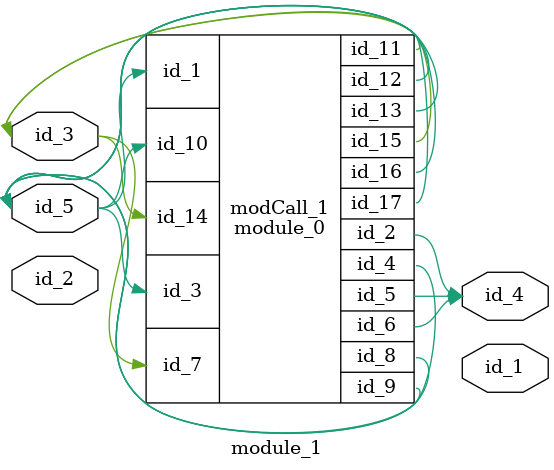
<source format=v>
module module_0 (
    id_1,
    id_2,
    id_3,
    id_4,
    id_5,
    id_6,
    id_7,
    id_8,
    id_9,
    id_10,
    id_11,
    id_12,
    id_13,
    id_14,
    id_15,
    id_16,
    id_17
);
  inout wire id_17;
  output wire id_16;
  inout wire id_15;
  input wire id_14;
  inout wire id_13;
  inout wire id_12;
  output wire id_11;
  input wire id_10;
  inout wire id_9;
  inout wire id_8;
  input wire id_7;
  output wire id_6;
  output wire id_5;
  inout wire id_4;
  input wire id_3;
  output wire id_2;
  input wire id_1;
  wire id_18;
  ;
endmodule
module module_1 (
    id_1,
    id_2,
    id_3,
    id_4,
    id_5
);
  inout wire id_5;
  output wire id_4;
  inout wire id_3;
  input wire id_2;
  module_0 modCall_1 (
      id_5,
      id_4,
      id_5,
      id_5,
      id_4,
      id_4,
      id_3,
      id_5,
      id_5,
      id_5,
      id_3,
      id_5,
      id_5,
      id_3,
      id_3,
      id_5,
      id_5
  );
  output wire id_1;
  wire id_6;
  ;
endmodule

</source>
